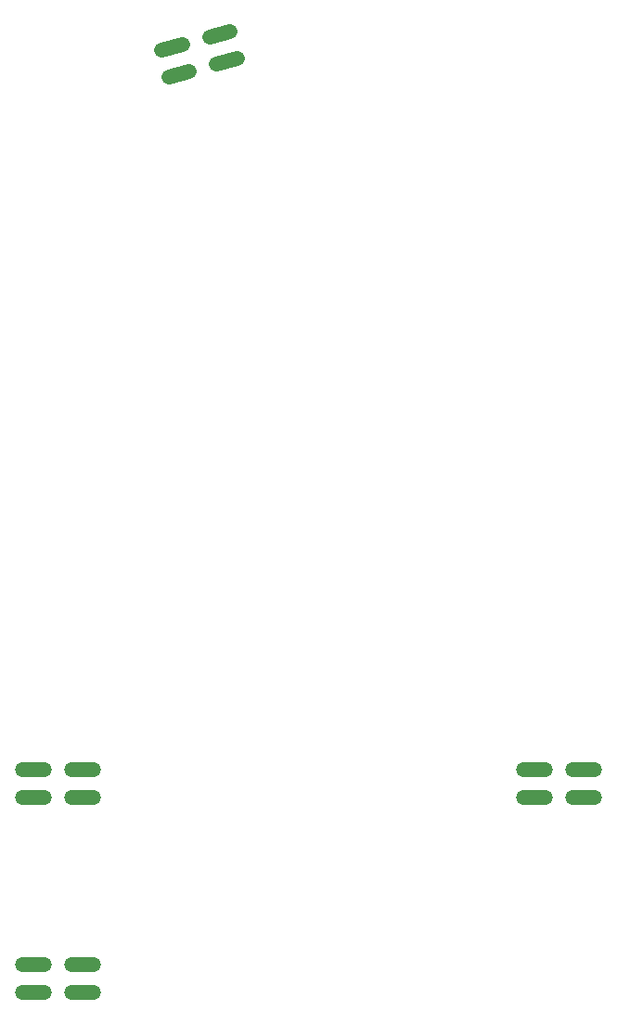
<source format=gbp>
G04 #@! TF.GenerationSoftware,KiCad,Pcbnew,(5.0.0-rc2-dev-222-g3b0a758)*
G04 #@! TF.CreationDate,2018-07-05T12:59:24+02:00*
G04 #@! TF.ProjectId,bornhack_scale_it,626F726E6861636B5F7363616C655F69,rev?*
G04 #@! TF.SameCoordinates,PX2faf080PY1c9c380*
G04 #@! TF.FileFunction,Paste,Bot*
G04 #@! TF.FilePolarity,Positive*
%FSLAX46Y46*%
G04 Gerber Fmt 4.6, Leading zero omitted, Abs format (unit mm)*
G04 Created by KiCad (PCBNEW (5.0.0-rc2-dev-222-g3b0a758)) date Thursday, 05 July 2018 at 12:59:24*
%MOMM*%
%LPD*%
G01*
G04 APERTURE LIST*
%ADD10C,1.350000*%
%ADD11C,1.350000*%
%ADD12O,3.350000X1.350000*%
G04 APERTURE END LIST*
D10*
X27665926Y-40041181D03*
D11*
X26700000Y-40300000D02*
X28631852Y-39782362D01*
D10*
X27008526Y-37587730D03*
D11*
X26042600Y-37846549D02*
X27974452Y-37328911D01*
D10*
X23280622Y-41216220D03*
D11*
X22314696Y-41475039D02*
X24246548Y-40957401D01*
D10*
X22623222Y-38762768D03*
D11*
X21657296Y-39021587D02*
X23589148Y-38503949D01*
D12*
X14500000Y-107160000D03*
X14500000Y-104620000D03*
X9960000Y-107160000D03*
X9960000Y-104620000D03*
X55680000Y-104620000D03*
X55680000Y-107160000D03*
X60220000Y-104620000D03*
X60220000Y-107160000D03*
X9960000Y-122400000D03*
X9960000Y-124940000D03*
X14500000Y-122400000D03*
X14500000Y-124940000D03*
M02*

</source>
